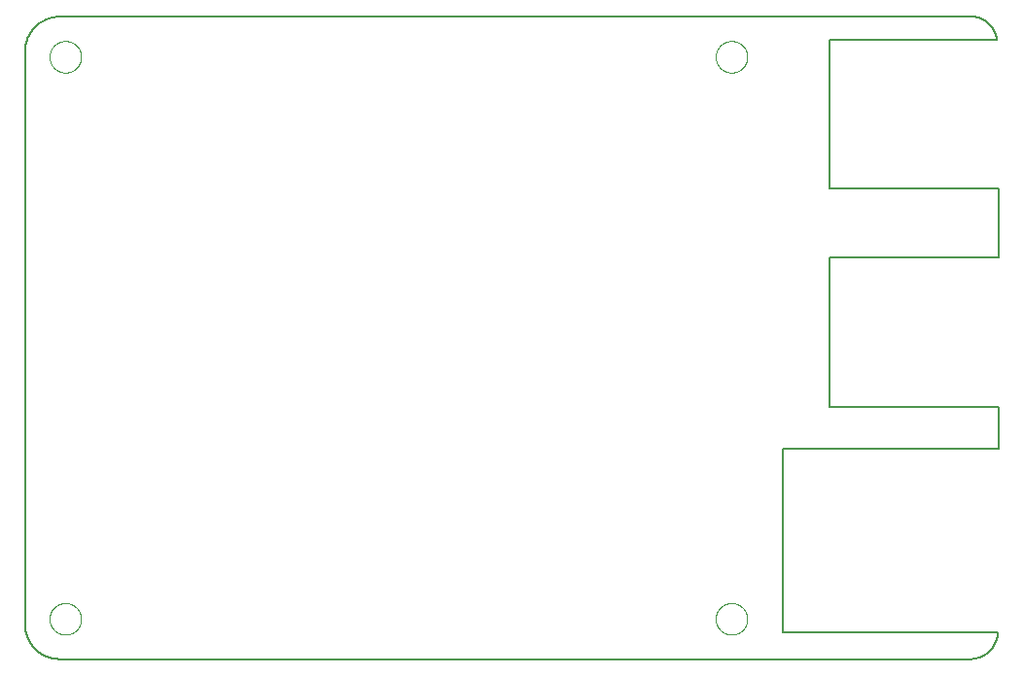
<source format=gbo>
G75*
%MOIN*%
%OFA0B0*%
%FSLAX25Y25*%
%IPPOS*%
%LPD*%
%AMOC8*
5,1,8,0,0,1.08239X$1,22.5*
%
%ADD10C,0.00500*%
%ADD11C,0.00000*%
D10*
X0016811Y0005000D02*
X0327835Y0005000D01*
X0328073Y0004984D01*
X0328311Y0004974D01*
X0328550Y0004969D01*
X0328788Y0004970D01*
X0329027Y0004977D01*
X0329265Y0004990D01*
X0329503Y0005008D01*
X0329740Y0005033D01*
X0329977Y0005062D01*
X0330213Y0005098D01*
X0330448Y0005139D01*
X0330682Y0005186D01*
X0330915Y0005239D01*
X0331146Y0005297D01*
X0331376Y0005361D01*
X0331604Y0005430D01*
X0331831Y0005505D01*
X0332056Y0005585D01*
X0332278Y0005671D01*
X0332499Y0005762D01*
X0332717Y0005858D01*
X0332933Y0005960D01*
X0333146Y0006067D01*
X0333357Y0006178D01*
X0333565Y0006295D01*
X0333770Y0006417D01*
X0333972Y0006544D01*
X0334171Y0006676D01*
X0334367Y0006812D01*
X0334559Y0006954D01*
X0334748Y0007099D01*
X0334934Y0007250D01*
X0335115Y0007404D01*
X0335293Y0007563D01*
X0335467Y0007727D01*
X0335637Y0007894D01*
X0335803Y0008066D01*
X0335965Y0008241D01*
X0336122Y0008421D01*
X0336275Y0008604D01*
X0336423Y0008791D01*
X0336567Y0008981D01*
X0336707Y0009175D01*
X0336841Y0009372D01*
X0336971Y0009572D01*
X0337096Y0009775D01*
X0337216Y0009981D01*
X0337331Y0010190D01*
X0337441Y0010402D01*
X0337546Y0010617D01*
X0337645Y0010833D01*
X0337740Y0011053D01*
X0337828Y0011274D01*
X0337912Y0011498D01*
X0337990Y0011723D01*
X0338063Y0011950D01*
X0338130Y0012179D01*
X0338191Y0012410D01*
X0338247Y0012642D01*
X0338298Y0012875D01*
X0338343Y0013109D01*
X0338382Y0013345D01*
X0338415Y0013581D01*
X0338443Y0013818D01*
X0338465Y0014056D01*
X0338465Y0014055D02*
X0264843Y0014055D01*
X0264843Y0077047D01*
X0338858Y0077047D01*
X0338858Y0091614D01*
X0280591Y0091614D01*
X0280591Y0142795D01*
X0338858Y0142795D01*
X0338858Y0166417D01*
X0280591Y0166417D01*
X0280591Y0217598D01*
X0338071Y0217598D01*
X0338040Y0217820D01*
X0338002Y0218041D01*
X0337960Y0218261D01*
X0337912Y0218480D01*
X0337859Y0218698D01*
X0337800Y0218914D01*
X0337736Y0219129D01*
X0337667Y0219342D01*
X0337592Y0219553D01*
X0337513Y0219763D01*
X0337428Y0219971D01*
X0337339Y0220176D01*
X0337244Y0220379D01*
X0337144Y0220580D01*
X0337039Y0220778D01*
X0336930Y0220974D01*
X0336816Y0221166D01*
X0336697Y0221356D01*
X0336573Y0221543D01*
X0336445Y0221727D01*
X0336313Y0221908D01*
X0336176Y0222085D01*
X0336034Y0222259D01*
X0335889Y0222430D01*
X0335739Y0222597D01*
X0335586Y0222760D01*
X0335428Y0222919D01*
X0335267Y0223075D01*
X0335101Y0223226D01*
X0334932Y0223373D01*
X0334760Y0223516D01*
X0334584Y0223655D01*
X0334405Y0223790D01*
X0334222Y0223920D01*
X0334036Y0224045D01*
X0333848Y0224166D01*
X0333656Y0224282D01*
X0333462Y0224394D01*
X0333264Y0224501D01*
X0333065Y0224602D01*
X0332863Y0224699D01*
X0332658Y0224791D01*
X0332452Y0224878D01*
X0332243Y0224960D01*
X0332032Y0225036D01*
X0331820Y0225108D01*
X0331606Y0225174D01*
X0331390Y0225235D01*
X0331173Y0225291D01*
X0330955Y0225341D01*
X0330735Y0225386D01*
X0330514Y0225425D01*
X0330293Y0225459D01*
X0330071Y0225488D01*
X0329848Y0225511D01*
X0329624Y0225529D01*
X0329400Y0225541D01*
X0329176Y0225548D01*
X0328952Y0225549D01*
X0328728Y0225544D01*
X0328504Y0225535D01*
X0328281Y0225519D01*
X0328057Y0225499D01*
X0327835Y0225472D01*
X0016811Y0225472D01*
X0016526Y0225469D01*
X0016240Y0225458D01*
X0015955Y0225441D01*
X0015671Y0225417D01*
X0015387Y0225386D01*
X0015104Y0225348D01*
X0014823Y0225303D01*
X0014542Y0225252D01*
X0014262Y0225194D01*
X0013984Y0225129D01*
X0013708Y0225057D01*
X0013434Y0224979D01*
X0013161Y0224894D01*
X0012891Y0224802D01*
X0012623Y0224704D01*
X0012357Y0224600D01*
X0012094Y0224489D01*
X0011834Y0224372D01*
X0011576Y0224249D01*
X0011322Y0224119D01*
X0011071Y0223983D01*
X0010823Y0223842D01*
X0010579Y0223694D01*
X0010338Y0223541D01*
X0010102Y0223381D01*
X0009869Y0223216D01*
X0009640Y0223046D01*
X0009415Y0222870D01*
X0009195Y0222688D01*
X0008979Y0222502D01*
X0008768Y0222310D01*
X0008561Y0222113D01*
X0008359Y0221911D01*
X0008162Y0221704D01*
X0007970Y0221493D01*
X0007784Y0221277D01*
X0007602Y0221057D01*
X0007426Y0220832D01*
X0007256Y0220603D01*
X0007091Y0220370D01*
X0006931Y0220134D01*
X0006778Y0219893D01*
X0006630Y0219649D01*
X0006489Y0219401D01*
X0006353Y0219150D01*
X0006223Y0218896D01*
X0006100Y0218638D01*
X0005983Y0218378D01*
X0005872Y0218115D01*
X0005768Y0217849D01*
X0005670Y0217581D01*
X0005578Y0217311D01*
X0005493Y0217038D01*
X0005415Y0216764D01*
X0005343Y0216488D01*
X0005278Y0216210D01*
X0005220Y0215930D01*
X0005169Y0215649D01*
X0005124Y0215368D01*
X0005086Y0215085D01*
X0005055Y0214801D01*
X0005031Y0214517D01*
X0005014Y0214232D01*
X0005003Y0213946D01*
X0005000Y0213661D01*
X0005000Y0016811D01*
X0005003Y0016526D01*
X0005014Y0016240D01*
X0005031Y0015955D01*
X0005055Y0015671D01*
X0005086Y0015387D01*
X0005124Y0015104D01*
X0005169Y0014823D01*
X0005220Y0014542D01*
X0005278Y0014262D01*
X0005343Y0013984D01*
X0005415Y0013708D01*
X0005493Y0013434D01*
X0005578Y0013161D01*
X0005670Y0012891D01*
X0005768Y0012623D01*
X0005872Y0012357D01*
X0005983Y0012094D01*
X0006100Y0011834D01*
X0006223Y0011576D01*
X0006353Y0011322D01*
X0006489Y0011071D01*
X0006630Y0010823D01*
X0006778Y0010579D01*
X0006931Y0010338D01*
X0007091Y0010102D01*
X0007256Y0009869D01*
X0007426Y0009640D01*
X0007602Y0009415D01*
X0007784Y0009195D01*
X0007970Y0008979D01*
X0008162Y0008768D01*
X0008359Y0008561D01*
X0008561Y0008359D01*
X0008768Y0008162D01*
X0008979Y0007970D01*
X0009195Y0007784D01*
X0009415Y0007602D01*
X0009640Y0007426D01*
X0009869Y0007256D01*
X0010102Y0007091D01*
X0010338Y0006931D01*
X0010579Y0006778D01*
X0010823Y0006630D01*
X0011071Y0006489D01*
X0011322Y0006353D01*
X0011576Y0006223D01*
X0011834Y0006100D01*
X0012094Y0005983D01*
X0012357Y0005872D01*
X0012623Y0005768D01*
X0012891Y0005670D01*
X0013161Y0005578D01*
X0013434Y0005493D01*
X0013708Y0005415D01*
X0013984Y0005343D01*
X0014262Y0005278D01*
X0014542Y0005220D01*
X0014823Y0005169D01*
X0015104Y0005124D01*
X0015387Y0005086D01*
X0015671Y0005055D01*
X0015955Y0005031D01*
X0016240Y0005014D01*
X0016526Y0005003D01*
X0016811Y0005000D01*
D11*
X0013367Y0018780D02*
X0013369Y0018927D01*
X0013375Y0019073D01*
X0013385Y0019219D01*
X0013399Y0019365D01*
X0013417Y0019511D01*
X0013438Y0019656D01*
X0013464Y0019800D01*
X0013494Y0019944D01*
X0013527Y0020086D01*
X0013564Y0020228D01*
X0013605Y0020369D01*
X0013650Y0020508D01*
X0013699Y0020647D01*
X0013751Y0020784D01*
X0013808Y0020919D01*
X0013867Y0021053D01*
X0013931Y0021185D01*
X0013998Y0021315D01*
X0014068Y0021444D01*
X0014142Y0021571D01*
X0014219Y0021695D01*
X0014300Y0021818D01*
X0014384Y0021938D01*
X0014471Y0022056D01*
X0014561Y0022171D01*
X0014654Y0022284D01*
X0014751Y0022395D01*
X0014850Y0022503D01*
X0014952Y0022608D01*
X0015057Y0022710D01*
X0015165Y0022809D01*
X0015276Y0022906D01*
X0015389Y0022999D01*
X0015504Y0023089D01*
X0015622Y0023176D01*
X0015742Y0023260D01*
X0015865Y0023341D01*
X0015989Y0023418D01*
X0016116Y0023492D01*
X0016245Y0023562D01*
X0016375Y0023629D01*
X0016507Y0023693D01*
X0016641Y0023752D01*
X0016776Y0023809D01*
X0016913Y0023861D01*
X0017052Y0023910D01*
X0017191Y0023955D01*
X0017332Y0023996D01*
X0017474Y0024033D01*
X0017616Y0024066D01*
X0017760Y0024096D01*
X0017904Y0024122D01*
X0018049Y0024143D01*
X0018195Y0024161D01*
X0018341Y0024175D01*
X0018487Y0024185D01*
X0018633Y0024191D01*
X0018780Y0024193D01*
X0018927Y0024191D01*
X0019073Y0024185D01*
X0019219Y0024175D01*
X0019365Y0024161D01*
X0019511Y0024143D01*
X0019656Y0024122D01*
X0019800Y0024096D01*
X0019944Y0024066D01*
X0020086Y0024033D01*
X0020228Y0023996D01*
X0020369Y0023955D01*
X0020508Y0023910D01*
X0020647Y0023861D01*
X0020784Y0023809D01*
X0020919Y0023752D01*
X0021053Y0023693D01*
X0021185Y0023629D01*
X0021315Y0023562D01*
X0021444Y0023492D01*
X0021571Y0023418D01*
X0021695Y0023341D01*
X0021818Y0023260D01*
X0021938Y0023176D01*
X0022056Y0023089D01*
X0022171Y0022999D01*
X0022284Y0022906D01*
X0022395Y0022809D01*
X0022503Y0022710D01*
X0022608Y0022608D01*
X0022710Y0022503D01*
X0022809Y0022395D01*
X0022906Y0022284D01*
X0022999Y0022171D01*
X0023089Y0022056D01*
X0023176Y0021938D01*
X0023260Y0021818D01*
X0023341Y0021695D01*
X0023418Y0021571D01*
X0023492Y0021444D01*
X0023562Y0021315D01*
X0023629Y0021185D01*
X0023693Y0021053D01*
X0023752Y0020919D01*
X0023809Y0020784D01*
X0023861Y0020647D01*
X0023910Y0020508D01*
X0023955Y0020369D01*
X0023996Y0020228D01*
X0024033Y0020086D01*
X0024066Y0019944D01*
X0024096Y0019800D01*
X0024122Y0019656D01*
X0024143Y0019511D01*
X0024161Y0019365D01*
X0024175Y0019219D01*
X0024185Y0019073D01*
X0024191Y0018927D01*
X0024193Y0018780D01*
X0024191Y0018633D01*
X0024185Y0018487D01*
X0024175Y0018341D01*
X0024161Y0018195D01*
X0024143Y0018049D01*
X0024122Y0017904D01*
X0024096Y0017760D01*
X0024066Y0017616D01*
X0024033Y0017474D01*
X0023996Y0017332D01*
X0023955Y0017191D01*
X0023910Y0017052D01*
X0023861Y0016913D01*
X0023809Y0016776D01*
X0023752Y0016641D01*
X0023693Y0016507D01*
X0023629Y0016375D01*
X0023562Y0016245D01*
X0023492Y0016116D01*
X0023418Y0015989D01*
X0023341Y0015865D01*
X0023260Y0015742D01*
X0023176Y0015622D01*
X0023089Y0015504D01*
X0022999Y0015389D01*
X0022906Y0015276D01*
X0022809Y0015165D01*
X0022710Y0015057D01*
X0022608Y0014952D01*
X0022503Y0014850D01*
X0022395Y0014751D01*
X0022284Y0014654D01*
X0022171Y0014561D01*
X0022056Y0014471D01*
X0021938Y0014384D01*
X0021818Y0014300D01*
X0021695Y0014219D01*
X0021571Y0014142D01*
X0021444Y0014068D01*
X0021315Y0013998D01*
X0021185Y0013931D01*
X0021053Y0013867D01*
X0020919Y0013808D01*
X0020784Y0013751D01*
X0020647Y0013699D01*
X0020508Y0013650D01*
X0020369Y0013605D01*
X0020228Y0013564D01*
X0020086Y0013527D01*
X0019944Y0013494D01*
X0019800Y0013464D01*
X0019656Y0013438D01*
X0019511Y0013417D01*
X0019365Y0013399D01*
X0019219Y0013385D01*
X0019073Y0013375D01*
X0018927Y0013369D01*
X0018780Y0013367D01*
X0018633Y0013369D01*
X0018487Y0013375D01*
X0018341Y0013385D01*
X0018195Y0013399D01*
X0018049Y0013417D01*
X0017904Y0013438D01*
X0017760Y0013464D01*
X0017616Y0013494D01*
X0017474Y0013527D01*
X0017332Y0013564D01*
X0017191Y0013605D01*
X0017052Y0013650D01*
X0016913Y0013699D01*
X0016776Y0013751D01*
X0016641Y0013808D01*
X0016507Y0013867D01*
X0016375Y0013931D01*
X0016245Y0013998D01*
X0016116Y0014068D01*
X0015989Y0014142D01*
X0015865Y0014219D01*
X0015742Y0014300D01*
X0015622Y0014384D01*
X0015504Y0014471D01*
X0015389Y0014561D01*
X0015276Y0014654D01*
X0015165Y0014751D01*
X0015057Y0014850D01*
X0014952Y0014952D01*
X0014850Y0015057D01*
X0014751Y0015165D01*
X0014654Y0015276D01*
X0014561Y0015389D01*
X0014471Y0015504D01*
X0014384Y0015622D01*
X0014300Y0015742D01*
X0014219Y0015865D01*
X0014142Y0015989D01*
X0014068Y0016116D01*
X0013998Y0016245D01*
X0013931Y0016375D01*
X0013867Y0016507D01*
X0013808Y0016641D01*
X0013751Y0016776D01*
X0013699Y0016913D01*
X0013650Y0017052D01*
X0013605Y0017191D01*
X0013564Y0017332D01*
X0013527Y0017474D01*
X0013494Y0017616D01*
X0013464Y0017760D01*
X0013438Y0017904D01*
X0013417Y0018049D01*
X0013399Y0018195D01*
X0013385Y0018341D01*
X0013375Y0018487D01*
X0013369Y0018633D01*
X0013367Y0018780D01*
X0241713Y0018780D02*
X0241715Y0018927D01*
X0241721Y0019073D01*
X0241731Y0019219D01*
X0241745Y0019365D01*
X0241763Y0019511D01*
X0241784Y0019656D01*
X0241810Y0019800D01*
X0241840Y0019944D01*
X0241873Y0020086D01*
X0241910Y0020228D01*
X0241951Y0020369D01*
X0241996Y0020508D01*
X0242045Y0020647D01*
X0242097Y0020784D01*
X0242154Y0020919D01*
X0242213Y0021053D01*
X0242277Y0021185D01*
X0242344Y0021315D01*
X0242414Y0021444D01*
X0242488Y0021571D01*
X0242565Y0021695D01*
X0242646Y0021818D01*
X0242730Y0021938D01*
X0242817Y0022056D01*
X0242907Y0022171D01*
X0243000Y0022284D01*
X0243097Y0022395D01*
X0243196Y0022503D01*
X0243298Y0022608D01*
X0243403Y0022710D01*
X0243511Y0022809D01*
X0243622Y0022906D01*
X0243735Y0022999D01*
X0243850Y0023089D01*
X0243968Y0023176D01*
X0244088Y0023260D01*
X0244211Y0023341D01*
X0244335Y0023418D01*
X0244462Y0023492D01*
X0244591Y0023562D01*
X0244721Y0023629D01*
X0244853Y0023693D01*
X0244987Y0023752D01*
X0245122Y0023809D01*
X0245259Y0023861D01*
X0245398Y0023910D01*
X0245537Y0023955D01*
X0245678Y0023996D01*
X0245820Y0024033D01*
X0245962Y0024066D01*
X0246106Y0024096D01*
X0246250Y0024122D01*
X0246395Y0024143D01*
X0246541Y0024161D01*
X0246687Y0024175D01*
X0246833Y0024185D01*
X0246979Y0024191D01*
X0247126Y0024193D01*
X0247273Y0024191D01*
X0247419Y0024185D01*
X0247565Y0024175D01*
X0247711Y0024161D01*
X0247857Y0024143D01*
X0248002Y0024122D01*
X0248146Y0024096D01*
X0248290Y0024066D01*
X0248432Y0024033D01*
X0248574Y0023996D01*
X0248715Y0023955D01*
X0248854Y0023910D01*
X0248993Y0023861D01*
X0249130Y0023809D01*
X0249265Y0023752D01*
X0249399Y0023693D01*
X0249531Y0023629D01*
X0249661Y0023562D01*
X0249790Y0023492D01*
X0249917Y0023418D01*
X0250041Y0023341D01*
X0250164Y0023260D01*
X0250284Y0023176D01*
X0250402Y0023089D01*
X0250517Y0022999D01*
X0250630Y0022906D01*
X0250741Y0022809D01*
X0250849Y0022710D01*
X0250954Y0022608D01*
X0251056Y0022503D01*
X0251155Y0022395D01*
X0251252Y0022284D01*
X0251345Y0022171D01*
X0251435Y0022056D01*
X0251522Y0021938D01*
X0251606Y0021818D01*
X0251687Y0021695D01*
X0251764Y0021571D01*
X0251838Y0021444D01*
X0251908Y0021315D01*
X0251975Y0021185D01*
X0252039Y0021053D01*
X0252098Y0020919D01*
X0252155Y0020784D01*
X0252207Y0020647D01*
X0252256Y0020508D01*
X0252301Y0020369D01*
X0252342Y0020228D01*
X0252379Y0020086D01*
X0252412Y0019944D01*
X0252442Y0019800D01*
X0252468Y0019656D01*
X0252489Y0019511D01*
X0252507Y0019365D01*
X0252521Y0019219D01*
X0252531Y0019073D01*
X0252537Y0018927D01*
X0252539Y0018780D01*
X0252537Y0018633D01*
X0252531Y0018487D01*
X0252521Y0018341D01*
X0252507Y0018195D01*
X0252489Y0018049D01*
X0252468Y0017904D01*
X0252442Y0017760D01*
X0252412Y0017616D01*
X0252379Y0017474D01*
X0252342Y0017332D01*
X0252301Y0017191D01*
X0252256Y0017052D01*
X0252207Y0016913D01*
X0252155Y0016776D01*
X0252098Y0016641D01*
X0252039Y0016507D01*
X0251975Y0016375D01*
X0251908Y0016245D01*
X0251838Y0016116D01*
X0251764Y0015989D01*
X0251687Y0015865D01*
X0251606Y0015742D01*
X0251522Y0015622D01*
X0251435Y0015504D01*
X0251345Y0015389D01*
X0251252Y0015276D01*
X0251155Y0015165D01*
X0251056Y0015057D01*
X0250954Y0014952D01*
X0250849Y0014850D01*
X0250741Y0014751D01*
X0250630Y0014654D01*
X0250517Y0014561D01*
X0250402Y0014471D01*
X0250284Y0014384D01*
X0250164Y0014300D01*
X0250041Y0014219D01*
X0249917Y0014142D01*
X0249790Y0014068D01*
X0249661Y0013998D01*
X0249531Y0013931D01*
X0249399Y0013867D01*
X0249265Y0013808D01*
X0249130Y0013751D01*
X0248993Y0013699D01*
X0248854Y0013650D01*
X0248715Y0013605D01*
X0248574Y0013564D01*
X0248432Y0013527D01*
X0248290Y0013494D01*
X0248146Y0013464D01*
X0248002Y0013438D01*
X0247857Y0013417D01*
X0247711Y0013399D01*
X0247565Y0013385D01*
X0247419Y0013375D01*
X0247273Y0013369D01*
X0247126Y0013367D01*
X0246979Y0013369D01*
X0246833Y0013375D01*
X0246687Y0013385D01*
X0246541Y0013399D01*
X0246395Y0013417D01*
X0246250Y0013438D01*
X0246106Y0013464D01*
X0245962Y0013494D01*
X0245820Y0013527D01*
X0245678Y0013564D01*
X0245537Y0013605D01*
X0245398Y0013650D01*
X0245259Y0013699D01*
X0245122Y0013751D01*
X0244987Y0013808D01*
X0244853Y0013867D01*
X0244721Y0013931D01*
X0244591Y0013998D01*
X0244462Y0014068D01*
X0244335Y0014142D01*
X0244211Y0014219D01*
X0244088Y0014300D01*
X0243968Y0014384D01*
X0243850Y0014471D01*
X0243735Y0014561D01*
X0243622Y0014654D01*
X0243511Y0014751D01*
X0243403Y0014850D01*
X0243298Y0014952D01*
X0243196Y0015057D01*
X0243097Y0015165D01*
X0243000Y0015276D01*
X0242907Y0015389D01*
X0242817Y0015504D01*
X0242730Y0015622D01*
X0242646Y0015742D01*
X0242565Y0015865D01*
X0242488Y0015989D01*
X0242414Y0016116D01*
X0242344Y0016245D01*
X0242277Y0016375D01*
X0242213Y0016507D01*
X0242154Y0016641D01*
X0242097Y0016776D01*
X0242045Y0016913D01*
X0241996Y0017052D01*
X0241951Y0017191D01*
X0241910Y0017332D01*
X0241873Y0017474D01*
X0241840Y0017616D01*
X0241810Y0017760D01*
X0241784Y0017904D01*
X0241763Y0018049D01*
X0241745Y0018195D01*
X0241731Y0018341D01*
X0241721Y0018487D01*
X0241715Y0018633D01*
X0241713Y0018780D01*
X0241713Y0211693D02*
X0241715Y0211840D01*
X0241721Y0211986D01*
X0241731Y0212132D01*
X0241745Y0212278D01*
X0241763Y0212424D01*
X0241784Y0212569D01*
X0241810Y0212713D01*
X0241840Y0212857D01*
X0241873Y0212999D01*
X0241910Y0213141D01*
X0241951Y0213282D01*
X0241996Y0213421D01*
X0242045Y0213560D01*
X0242097Y0213697D01*
X0242154Y0213832D01*
X0242213Y0213966D01*
X0242277Y0214098D01*
X0242344Y0214228D01*
X0242414Y0214357D01*
X0242488Y0214484D01*
X0242565Y0214608D01*
X0242646Y0214731D01*
X0242730Y0214851D01*
X0242817Y0214969D01*
X0242907Y0215084D01*
X0243000Y0215197D01*
X0243097Y0215308D01*
X0243196Y0215416D01*
X0243298Y0215521D01*
X0243403Y0215623D01*
X0243511Y0215722D01*
X0243622Y0215819D01*
X0243735Y0215912D01*
X0243850Y0216002D01*
X0243968Y0216089D01*
X0244088Y0216173D01*
X0244211Y0216254D01*
X0244335Y0216331D01*
X0244462Y0216405D01*
X0244591Y0216475D01*
X0244721Y0216542D01*
X0244853Y0216606D01*
X0244987Y0216665D01*
X0245122Y0216722D01*
X0245259Y0216774D01*
X0245398Y0216823D01*
X0245537Y0216868D01*
X0245678Y0216909D01*
X0245820Y0216946D01*
X0245962Y0216979D01*
X0246106Y0217009D01*
X0246250Y0217035D01*
X0246395Y0217056D01*
X0246541Y0217074D01*
X0246687Y0217088D01*
X0246833Y0217098D01*
X0246979Y0217104D01*
X0247126Y0217106D01*
X0247273Y0217104D01*
X0247419Y0217098D01*
X0247565Y0217088D01*
X0247711Y0217074D01*
X0247857Y0217056D01*
X0248002Y0217035D01*
X0248146Y0217009D01*
X0248290Y0216979D01*
X0248432Y0216946D01*
X0248574Y0216909D01*
X0248715Y0216868D01*
X0248854Y0216823D01*
X0248993Y0216774D01*
X0249130Y0216722D01*
X0249265Y0216665D01*
X0249399Y0216606D01*
X0249531Y0216542D01*
X0249661Y0216475D01*
X0249790Y0216405D01*
X0249917Y0216331D01*
X0250041Y0216254D01*
X0250164Y0216173D01*
X0250284Y0216089D01*
X0250402Y0216002D01*
X0250517Y0215912D01*
X0250630Y0215819D01*
X0250741Y0215722D01*
X0250849Y0215623D01*
X0250954Y0215521D01*
X0251056Y0215416D01*
X0251155Y0215308D01*
X0251252Y0215197D01*
X0251345Y0215084D01*
X0251435Y0214969D01*
X0251522Y0214851D01*
X0251606Y0214731D01*
X0251687Y0214608D01*
X0251764Y0214484D01*
X0251838Y0214357D01*
X0251908Y0214228D01*
X0251975Y0214098D01*
X0252039Y0213966D01*
X0252098Y0213832D01*
X0252155Y0213697D01*
X0252207Y0213560D01*
X0252256Y0213421D01*
X0252301Y0213282D01*
X0252342Y0213141D01*
X0252379Y0212999D01*
X0252412Y0212857D01*
X0252442Y0212713D01*
X0252468Y0212569D01*
X0252489Y0212424D01*
X0252507Y0212278D01*
X0252521Y0212132D01*
X0252531Y0211986D01*
X0252537Y0211840D01*
X0252539Y0211693D01*
X0252537Y0211546D01*
X0252531Y0211400D01*
X0252521Y0211254D01*
X0252507Y0211108D01*
X0252489Y0210962D01*
X0252468Y0210817D01*
X0252442Y0210673D01*
X0252412Y0210529D01*
X0252379Y0210387D01*
X0252342Y0210245D01*
X0252301Y0210104D01*
X0252256Y0209965D01*
X0252207Y0209826D01*
X0252155Y0209689D01*
X0252098Y0209554D01*
X0252039Y0209420D01*
X0251975Y0209288D01*
X0251908Y0209158D01*
X0251838Y0209029D01*
X0251764Y0208902D01*
X0251687Y0208778D01*
X0251606Y0208655D01*
X0251522Y0208535D01*
X0251435Y0208417D01*
X0251345Y0208302D01*
X0251252Y0208189D01*
X0251155Y0208078D01*
X0251056Y0207970D01*
X0250954Y0207865D01*
X0250849Y0207763D01*
X0250741Y0207664D01*
X0250630Y0207567D01*
X0250517Y0207474D01*
X0250402Y0207384D01*
X0250284Y0207297D01*
X0250164Y0207213D01*
X0250041Y0207132D01*
X0249917Y0207055D01*
X0249790Y0206981D01*
X0249661Y0206911D01*
X0249531Y0206844D01*
X0249399Y0206780D01*
X0249265Y0206721D01*
X0249130Y0206664D01*
X0248993Y0206612D01*
X0248854Y0206563D01*
X0248715Y0206518D01*
X0248574Y0206477D01*
X0248432Y0206440D01*
X0248290Y0206407D01*
X0248146Y0206377D01*
X0248002Y0206351D01*
X0247857Y0206330D01*
X0247711Y0206312D01*
X0247565Y0206298D01*
X0247419Y0206288D01*
X0247273Y0206282D01*
X0247126Y0206280D01*
X0246979Y0206282D01*
X0246833Y0206288D01*
X0246687Y0206298D01*
X0246541Y0206312D01*
X0246395Y0206330D01*
X0246250Y0206351D01*
X0246106Y0206377D01*
X0245962Y0206407D01*
X0245820Y0206440D01*
X0245678Y0206477D01*
X0245537Y0206518D01*
X0245398Y0206563D01*
X0245259Y0206612D01*
X0245122Y0206664D01*
X0244987Y0206721D01*
X0244853Y0206780D01*
X0244721Y0206844D01*
X0244591Y0206911D01*
X0244462Y0206981D01*
X0244335Y0207055D01*
X0244211Y0207132D01*
X0244088Y0207213D01*
X0243968Y0207297D01*
X0243850Y0207384D01*
X0243735Y0207474D01*
X0243622Y0207567D01*
X0243511Y0207664D01*
X0243403Y0207763D01*
X0243298Y0207865D01*
X0243196Y0207970D01*
X0243097Y0208078D01*
X0243000Y0208189D01*
X0242907Y0208302D01*
X0242817Y0208417D01*
X0242730Y0208535D01*
X0242646Y0208655D01*
X0242565Y0208778D01*
X0242488Y0208902D01*
X0242414Y0209029D01*
X0242344Y0209158D01*
X0242277Y0209288D01*
X0242213Y0209420D01*
X0242154Y0209554D01*
X0242097Y0209689D01*
X0242045Y0209826D01*
X0241996Y0209965D01*
X0241951Y0210104D01*
X0241910Y0210245D01*
X0241873Y0210387D01*
X0241840Y0210529D01*
X0241810Y0210673D01*
X0241784Y0210817D01*
X0241763Y0210962D01*
X0241745Y0211108D01*
X0241731Y0211254D01*
X0241721Y0211400D01*
X0241715Y0211546D01*
X0241713Y0211693D01*
X0013367Y0211693D02*
X0013369Y0211840D01*
X0013375Y0211986D01*
X0013385Y0212132D01*
X0013399Y0212278D01*
X0013417Y0212424D01*
X0013438Y0212569D01*
X0013464Y0212713D01*
X0013494Y0212857D01*
X0013527Y0212999D01*
X0013564Y0213141D01*
X0013605Y0213282D01*
X0013650Y0213421D01*
X0013699Y0213560D01*
X0013751Y0213697D01*
X0013808Y0213832D01*
X0013867Y0213966D01*
X0013931Y0214098D01*
X0013998Y0214228D01*
X0014068Y0214357D01*
X0014142Y0214484D01*
X0014219Y0214608D01*
X0014300Y0214731D01*
X0014384Y0214851D01*
X0014471Y0214969D01*
X0014561Y0215084D01*
X0014654Y0215197D01*
X0014751Y0215308D01*
X0014850Y0215416D01*
X0014952Y0215521D01*
X0015057Y0215623D01*
X0015165Y0215722D01*
X0015276Y0215819D01*
X0015389Y0215912D01*
X0015504Y0216002D01*
X0015622Y0216089D01*
X0015742Y0216173D01*
X0015865Y0216254D01*
X0015989Y0216331D01*
X0016116Y0216405D01*
X0016245Y0216475D01*
X0016375Y0216542D01*
X0016507Y0216606D01*
X0016641Y0216665D01*
X0016776Y0216722D01*
X0016913Y0216774D01*
X0017052Y0216823D01*
X0017191Y0216868D01*
X0017332Y0216909D01*
X0017474Y0216946D01*
X0017616Y0216979D01*
X0017760Y0217009D01*
X0017904Y0217035D01*
X0018049Y0217056D01*
X0018195Y0217074D01*
X0018341Y0217088D01*
X0018487Y0217098D01*
X0018633Y0217104D01*
X0018780Y0217106D01*
X0018927Y0217104D01*
X0019073Y0217098D01*
X0019219Y0217088D01*
X0019365Y0217074D01*
X0019511Y0217056D01*
X0019656Y0217035D01*
X0019800Y0217009D01*
X0019944Y0216979D01*
X0020086Y0216946D01*
X0020228Y0216909D01*
X0020369Y0216868D01*
X0020508Y0216823D01*
X0020647Y0216774D01*
X0020784Y0216722D01*
X0020919Y0216665D01*
X0021053Y0216606D01*
X0021185Y0216542D01*
X0021315Y0216475D01*
X0021444Y0216405D01*
X0021571Y0216331D01*
X0021695Y0216254D01*
X0021818Y0216173D01*
X0021938Y0216089D01*
X0022056Y0216002D01*
X0022171Y0215912D01*
X0022284Y0215819D01*
X0022395Y0215722D01*
X0022503Y0215623D01*
X0022608Y0215521D01*
X0022710Y0215416D01*
X0022809Y0215308D01*
X0022906Y0215197D01*
X0022999Y0215084D01*
X0023089Y0214969D01*
X0023176Y0214851D01*
X0023260Y0214731D01*
X0023341Y0214608D01*
X0023418Y0214484D01*
X0023492Y0214357D01*
X0023562Y0214228D01*
X0023629Y0214098D01*
X0023693Y0213966D01*
X0023752Y0213832D01*
X0023809Y0213697D01*
X0023861Y0213560D01*
X0023910Y0213421D01*
X0023955Y0213282D01*
X0023996Y0213141D01*
X0024033Y0212999D01*
X0024066Y0212857D01*
X0024096Y0212713D01*
X0024122Y0212569D01*
X0024143Y0212424D01*
X0024161Y0212278D01*
X0024175Y0212132D01*
X0024185Y0211986D01*
X0024191Y0211840D01*
X0024193Y0211693D01*
X0024191Y0211546D01*
X0024185Y0211400D01*
X0024175Y0211254D01*
X0024161Y0211108D01*
X0024143Y0210962D01*
X0024122Y0210817D01*
X0024096Y0210673D01*
X0024066Y0210529D01*
X0024033Y0210387D01*
X0023996Y0210245D01*
X0023955Y0210104D01*
X0023910Y0209965D01*
X0023861Y0209826D01*
X0023809Y0209689D01*
X0023752Y0209554D01*
X0023693Y0209420D01*
X0023629Y0209288D01*
X0023562Y0209158D01*
X0023492Y0209029D01*
X0023418Y0208902D01*
X0023341Y0208778D01*
X0023260Y0208655D01*
X0023176Y0208535D01*
X0023089Y0208417D01*
X0022999Y0208302D01*
X0022906Y0208189D01*
X0022809Y0208078D01*
X0022710Y0207970D01*
X0022608Y0207865D01*
X0022503Y0207763D01*
X0022395Y0207664D01*
X0022284Y0207567D01*
X0022171Y0207474D01*
X0022056Y0207384D01*
X0021938Y0207297D01*
X0021818Y0207213D01*
X0021695Y0207132D01*
X0021571Y0207055D01*
X0021444Y0206981D01*
X0021315Y0206911D01*
X0021185Y0206844D01*
X0021053Y0206780D01*
X0020919Y0206721D01*
X0020784Y0206664D01*
X0020647Y0206612D01*
X0020508Y0206563D01*
X0020369Y0206518D01*
X0020228Y0206477D01*
X0020086Y0206440D01*
X0019944Y0206407D01*
X0019800Y0206377D01*
X0019656Y0206351D01*
X0019511Y0206330D01*
X0019365Y0206312D01*
X0019219Y0206298D01*
X0019073Y0206288D01*
X0018927Y0206282D01*
X0018780Y0206280D01*
X0018633Y0206282D01*
X0018487Y0206288D01*
X0018341Y0206298D01*
X0018195Y0206312D01*
X0018049Y0206330D01*
X0017904Y0206351D01*
X0017760Y0206377D01*
X0017616Y0206407D01*
X0017474Y0206440D01*
X0017332Y0206477D01*
X0017191Y0206518D01*
X0017052Y0206563D01*
X0016913Y0206612D01*
X0016776Y0206664D01*
X0016641Y0206721D01*
X0016507Y0206780D01*
X0016375Y0206844D01*
X0016245Y0206911D01*
X0016116Y0206981D01*
X0015989Y0207055D01*
X0015865Y0207132D01*
X0015742Y0207213D01*
X0015622Y0207297D01*
X0015504Y0207384D01*
X0015389Y0207474D01*
X0015276Y0207567D01*
X0015165Y0207664D01*
X0015057Y0207763D01*
X0014952Y0207865D01*
X0014850Y0207970D01*
X0014751Y0208078D01*
X0014654Y0208189D01*
X0014561Y0208302D01*
X0014471Y0208417D01*
X0014384Y0208535D01*
X0014300Y0208655D01*
X0014219Y0208778D01*
X0014142Y0208902D01*
X0014068Y0209029D01*
X0013998Y0209158D01*
X0013931Y0209288D01*
X0013867Y0209420D01*
X0013808Y0209554D01*
X0013751Y0209689D01*
X0013699Y0209826D01*
X0013650Y0209965D01*
X0013605Y0210104D01*
X0013564Y0210245D01*
X0013527Y0210387D01*
X0013494Y0210529D01*
X0013464Y0210673D01*
X0013438Y0210817D01*
X0013417Y0210962D01*
X0013399Y0211108D01*
X0013385Y0211254D01*
X0013375Y0211400D01*
X0013369Y0211546D01*
X0013367Y0211693D01*
M02*

</source>
